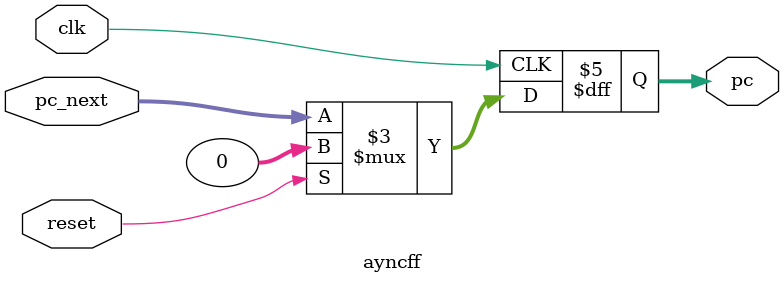
<source format=sv>
module ayncff #(parameter WIDTH = 32)(
    input logic [WIDTH-1:0] pc_next, // Next value to store in the flip-flop
    input logic clk,                 // Clock signal
    input logic reset,               // Synchronous reset signal
    output logic [WIDTH-1:0] pc      // Current value stored in the flip-flop
);
    always_ff @(posedge clk) begin 
        if (reset) 
            pc <= 0;                 // Reset the output to 0
        else 
            pc <= pc_next;           // Store the next value
    end
endmodule

</source>
